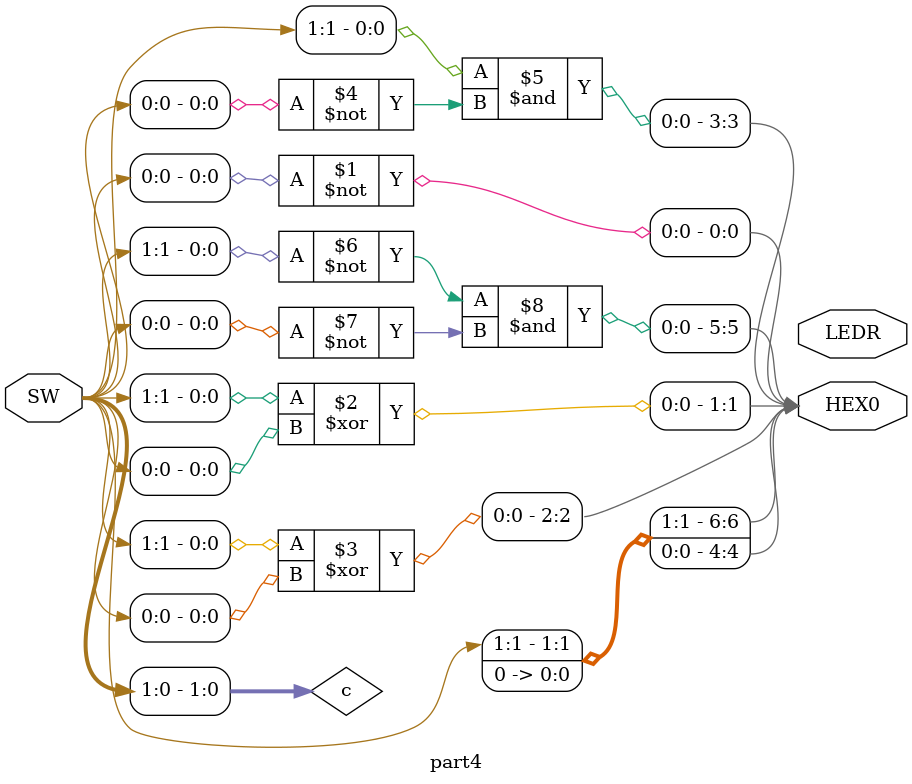
<source format=v>
/*
Oscar Reyes-Sanchez, CMPE
Digital Systems
September 15, 2022
7 segment decoder
*/

module part4 (SW, LEDR, HEX0);

	input  [9:0]SW;
	output [9:0]LEDR;
	output [6:0]HEX0;
	
	//assign HEX0 = SW[6:0]; // for testing
	
	wire [1:0]c;
	assign c = SW[1:0];
	
	assign HEX0[0] = ~c[0];
	assign HEX0[1] = c[1] ^ c[0];
	assign HEX0[2] = c[1] ^ c[0];
	assign HEX0[3] = c[1] & ~c[0];
	assign HEX0[4] = 1'b0;
	assign HEX0[5] = ~c[1] & ~c[0];
	assign HEX0[6] = c[1];
	
	
endmodule
</source>
